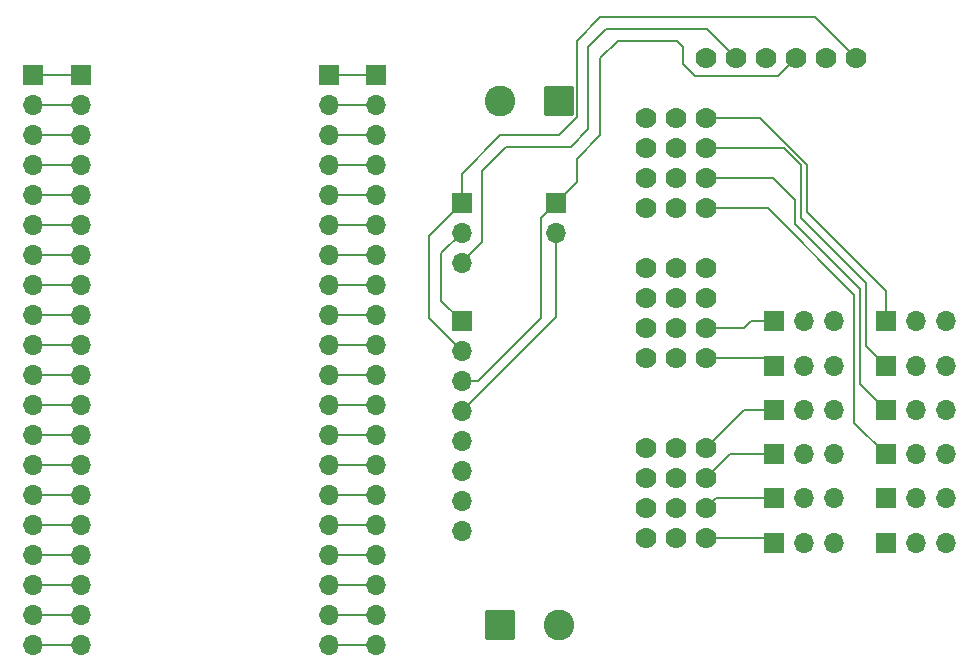
<source format=gbr>
%TF.GenerationSoftware,KiCad,Pcbnew,9.0.0*%
%TF.CreationDate,2025-03-26T16:28:11-04:00*%
%TF.ProjectId,spotmicro21mm,73706f74-6d69-4637-926f-32316d6d2e6b,rev?*%
%TF.SameCoordinates,Original*%
%TF.FileFunction,Copper,L1,Top*%
%TF.FilePolarity,Positive*%
%FSLAX46Y46*%
G04 Gerber Fmt 4.6, Leading zero omitted, Abs format (unit mm)*
G04 Created by KiCad (PCBNEW 9.0.0) date 2025-03-26 16:28:11*
%MOMM*%
%LPD*%
G01*
G04 APERTURE LIST*
G04 Aperture macros list*
%AMRoundRect*
0 Rectangle with rounded corners*
0 $1 Rounding radius*
0 $2 $3 $4 $5 $6 $7 $8 $9 X,Y pos of 4 corners*
0 Add a 4 corners polygon primitive as box body*
4,1,4,$2,$3,$4,$5,$6,$7,$8,$9,$2,$3,0*
0 Add four circle primitives for the rounded corners*
1,1,$1+$1,$2,$3*
1,1,$1+$1,$4,$5*
1,1,$1+$1,$6,$7*
1,1,$1+$1,$8,$9*
0 Add four rect primitives between the rounded corners*
20,1,$1+$1,$2,$3,$4,$5,0*
20,1,$1+$1,$4,$5,$6,$7,0*
20,1,$1+$1,$6,$7,$8,$9,0*
20,1,$1+$1,$8,$9,$2,$3,0*%
G04 Aperture macros list end*
%TA.AperFunction,ComponentPad*%
%ADD10R,1.700000X1.700000*%
%TD*%
%TA.AperFunction,ComponentPad*%
%ADD11O,1.700000X1.700000*%
%TD*%
%TA.AperFunction,ComponentPad*%
%ADD12RoundRect,0.250000X1.050000X1.050000X-1.050000X1.050000X-1.050000X-1.050000X1.050000X-1.050000X0*%
%TD*%
%TA.AperFunction,ComponentPad*%
%ADD13C,2.600000*%
%TD*%
%TA.AperFunction,ComponentPad*%
%ADD14RoundRect,0.250000X-1.050000X-1.050000X1.050000X-1.050000X1.050000X1.050000X-1.050000X1.050000X0*%
%TD*%
%TA.AperFunction,ComponentPad*%
%ADD15C,1.778000*%
%TD*%
%TA.AperFunction,Conductor*%
%ADD16C,0.200000*%
%TD*%
G04 APERTURE END LIST*
D10*
%TO.P,J9,1,Pin_1*%
%TO.N,/PWM-7*%
X146170000Y-88000000D03*
D11*
%TO.P,J9,2,Pin_2*%
%TO.N,/S2-PWR*%
X148710000Y-88000000D03*
%TO.P,J9,3,Pin_3*%
%TO.N,/S2-GND*%
X151250000Y-88000000D03*
%TD*%
D10*
%TO.P,J14,1,Pin_1*%
%TO.N,/ESP-32Pin*%
X87500000Y-63360000D03*
D11*
%TO.P,J14,2,Pin_2*%
X87500000Y-65900000D03*
%TO.P,J14,3,Pin_3*%
X87500000Y-68440000D03*
%TO.P,J14,4,Pin_4*%
X87500000Y-70980000D03*
%TO.P,J14,5,Pin_5*%
X87500000Y-73520000D03*
%TO.P,J14,6,Pin_6*%
X87500000Y-76060000D03*
%TO.P,J14,7,Pin_7*%
X87500000Y-78600000D03*
%TO.P,J14,8,Pin_8*%
X87500000Y-81140000D03*
%TO.P,J14,9,Pin_9*%
X87500000Y-83680000D03*
%TO.P,J14,10,Pin_10*%
X87500000Y-86220000D03*
%TO.P,J14,11,Pin_11*%
X87500000Y-88760000D03*
%TO.P,J14,12,Pin_12*%
X87500000Y-91300000D03*
%TO.P,J14,13,Pin_13*%
X87500000Y-93840000D03*
%TO.P,J14,14,Pin_14*%
X87500000Y-96380000D03*
%TO.P,J14,15,Pin_15*%
X87500000Y-98920000D03*
%TO.P,J14,16,Pin_16*%
X87500000Y-101460000D03*
%TO.P,J14,17,Pin_17*%
X87500000Y-104000000D03*
%TO.P,J14,18,Pin_18*%
X87500000Y-106540000D03*
%TO.P,J14,19,Pin_19*%
X87500000Y-109080000D03*
%TO.P,J14,20,Pin_20*%
X87500000Y-111620000D03*
%TD*%
D10*
%TO.P,J6,1,Pin_1*%
%TO.N,/PWM-4*%
X155670000Y-99250000D03*
D11*
%TO.P,J6,2,Pin_2*%
%TO.N,/S1-PWR*%
X158210000Y-99250000D03*
%TO.P,J6,3,Pin_3*%
%TO.N,/S1-GND*%
X160750000Y-99250000D03*
%TD*%
D10*
%TO.P,J18,1,Pin_1*%
%TO.N,/Global SCL*%
X127750000Y-74250000D03*
D11*
%TO.P,J18,2,Pin_2*%
%TO.N,/Global SDA*%
X127750000Y-76790000D03*
%TD*%
D12*
%TO.P,J21,1,Pin_1*%
%TO.N,/S2-PWR*%
X127993453Y-65577500D03*
D13*
%TO.P,J21,2,Pin_2*%
%TO.N,/S2-GND*%
X122993453Y-65577500D03*
%TD*%
D10*
%TO.P,J4,1,Pin_1*%
%TO.N,/PWM-2*%
X155670000Y-91750000D03*
D11*
%TO.P,J4,2,Pin_2*%
%TO.N,/S1-PWR*%
X158210000Y-91750000D03*
%TO.P,J4,3,Pin_3*%
%TO.N,/S1-GND*%
X160750000Y-91750000D03*
%TD*%
D10*
%TO.P,J17,1,Pin_1*%
%TO.N,/ESP-32Pin*%
X112500000Y-63400000D03*
D11*
%TO.P,J17,2,Pin_2*%
X112500000Y-65940000D03*
%TO.P,J17,3,Pin_3*%
X112500000Y-68480000D03*
%TO.P,J17,4,Pin_4*%
X112500000Y-71020000D03*
%TO.P,J17,5,Pin_5*%
X112500000Y-73560000D03*
%TO.P,J17,6,Pin_6*%
X112500000Y-76100000D03*
%TO.P,J17,7,Pin_7*%
X112500000Y-78640000D03*
%TO.P,J17,8,Pin_8*%
X112500000Y-81180000D03*
%TO.P,J17,9,Pin_9*%
X112500000Y-83720000D03*
%TO.P,J17,10,Pin_10*%
X112500000Y-86260000D03*
%TO.P,J17,11,Pin_11*%
X112500000Y-88800000D03*
%TO.P,J17,12,Pin_12*%
X112500000Y-91340000D03*
%TO.P,J17,13,Pin_13*%
X112500000Y-93880000D03*
%TO.P,J17,14,Pin_14*%
X112500000Y-96420000D03*
%TO.P,J17,15,Pin_15*%
X112500000Y-98960000D03*
%TO.P,J17,16,Pin_16*%
X112500000Y-101500000D03*
%TO.P,J17,17,Pin_17*%
X112500000Y-104040000D03*
%TO.P,J17,18,Pin_18*%
X112500000Y-106580000D03*
%TO.P,J17,19,Pin_19*%
X112500000Y-109120000D03*
%TO.P,J17,20,Pin_20*%
X112500000Y-111660000D03*
%TD*%
D10*
%TO.P,J13,1,Pin_1*%
%TO.N,/PWM-11*%
X146170000Y-103000000D03*
D11*
%TO.P,J13,2,Pin_2*%
%TO.N,/S2-PWR*%
X148710000Y-103000000D03*
%TO.P,J13,3,Pin_3*%
%TO.N,/S2-GND*%
X151250000Y-103000000D03*
%TD*%
D10*
%TO.P,J3,1,Pin_1*%
%TO.N,/PWM-1*%
X155670000Y-88000000D03*
D11*
%TO.P,J3,2,Pin_2*%
%TO.N,/S1-PWR*%
X158210000Y-88000000D03*
%TO.P,J3,3,Pin_3*%
%TO.N,/S1-GND*%
X160750000Y-88000000D03*
%TD*%
D10*
%TO.P,J15,1,Pin_1*%
%TO.N,/ESP-32Pin*%
X108500000Y-63400000D03*
D11*
%TO.P,J15,2,Pin_2*%
X108500000Y-65940000D03*
%TO.P,J15,3,Pin_3*%
X108500000Y-68480000D03*
%TO.P,J15,4,Pin_4*%
X108500000Y-71020000D03*
%TO.P,J15,5,Pin_5*%
X108500000Y-73560000D03*
%TO.P,J15,6,Pin_6*%
X108500000Y-76100000D03*
%TO.P,J15,7,Pin_7*%
X108500000Y-78640000D03*
%TO.P,J15,8,Pin_8*%
X108500000Y-81180000D03*
%TO.P,J15,9,Pin_9*%
X108500000Y-83720000D03*
%TO.P,J15,10,Pin_10*%
X108500000Y-86260000D03*
%TO.P,J15,11,Pin_11*%
X108500000Y-88800000D03*
%TO.P,J15,12,Pin_12*%
X108500000Y-91340000D03*
%TO.P,J15,13,Pin_13*%
X108500000Y-93880000D03*
%TO.P,J15,14,Pin_14*%
X108500000Y-96420000D03*
%TO.P,J15,15,Pin_15*%
X108500000Y-98960000D03*
%TO.P,J15,16,Pin_16*%
X108500000Y-101500000D03*
%TO.P,J15,17,Pin_17*%
X108500000Y-104040000D03*
%TO.P,J15,18,Pin_18*%
X108500000Y-106580000D03*
%TO.P,J15,19,Pin_19*%
X108500000Y-109120000D03*
%TO.P,J15,20,Pin_20*%
X108500000Y-111660000D03*
%TD*%
D10*
%TO.P,J11,1,Pin_1*%
%TO.N,/PWM-9*%
X146170000Y-95500000D03*
D11*
%TO.P,J11,2,Pin_2*%
%TO.N,/S2-PWR*%
X148710000Y-95500000D03*
%TO.P,J11,3,Pin_3*%
%TO.N,/S2-GND*%
X151250000Y-95500000D03*
%TD*%
D14*
%TO.P,J1,1,Pin_1*%
%TO.N,/S1-PWR*%
X123000000Y-110000000D03*
D13*
%TO.P,J1,2,Pin_2*%
%TO.N,/S1-GND*%
X128000000Y-110000000D03*
%TD*%
D10*
%TO.P,J16,1,Pin_1*%
%TO.N,/ESP-32Pin*%
X83500000Y-63360000D03*
D11*
%TO.P,J16,2,Pin_2*%
X83500000Y-65900000D03*
%TO.P,J16,3,Pin_3*%
X83500000Y-68440000D03*
%TO.P,J16,4,Pin_4*%
X83500000Y-70980000D03*
%TO.P,J16,5,Pin_5*%
X83500000Y-73520000D03*
%TO.P,J16,6,Pin_6*%
X83500000Y-76060000D03*
%TO.P,J16,7,Pin_7*%
X83500000Y-78600000D03*
%TO.P,J16,8,Pin_8*%
X83500000Y-81140000D03*
%TO.P,J16,9,Pin_9*%
X83500000Y-83680000D03*
%TO.P,J16,10,Pin_10*%
X83500000Y-86220000D03*
%TO.P,J16,11,Pin_11*%
X83500000Y-88760000D03*
%TO.P,J16,12,Pin_12*%
X83500000Y-91300000D03*
%TO.P,J16,13,Pin_13*%
X83500000Y-93840000D03*
%TO.P,J16,14,Pin_14*%
X83500000Y-96380000D03*
%TO.P,J16,15,Pin_15*%
X83500000Y-98920000D03*
%TO.P,J16,16,Pin_16*%
X83500000Y-101460000D03*
%TO.P,J16,17,Pin_17*%
X83500000Y-104000000D03*
%TO.P,J16,18,Pin_18*%
X83500000Y-106540000D03*
%TO.P,J16,19,Pin_19*%
X83500000Y-109080000D03*
%TO.P,J16,20,Pin_20*%
X83500000Y-111620000D03*
%TD*%
D10*
%TO.P,J8,1,Pin_1*%
%TO.N,/PWM-6*%
X146170000Y-84250000D03*
D11*
%TO.P,J8,2,Pin_2*%
%TO.N,/S2-PWR*%
X148710000Y-84250000D03*
%TO.P,J8,3,Pin_3*%
%TO.N,/S2-GND*%
X151250000Y-84250000D03*
%TD*%
D10*
%TO.P,J5,1,Pin_1*%
%TO.N,/PWM-3*%
X155670000Y-95500000D03*
D11*
%TO.P,J5,2,Pin_2*%
%TO.N,/S1-PWR*%
X158210000Y-95500000D03*
%TO.P,J5,3,Pin_3*%
%TO.N,/S1-GND*%
X160750000Y-95500000D03*
%TD*%
D10*
%TO.P,J10,1,Pin_1*%
%TO.N,/PWM-8*%
X146170000Y-91750000D03*
D11*
%TO.P,J10,2,Pin_2*%
%TO.N,/S2-PWR*%
X148710000Y-91750000D03*
%TO.P,J10,3,Pin_3*%
%TO.N,/S2-GND*%
X151250000Y-91750000D03*
%TD*%
D10*
%TO.P,J20,1,Pin_1*%
%TO.N,/ESP32-3v3*%
X119800000Y-84260000D03*
D11*
%TO.P,J20,2,Pin_2*%
%TO.N,/ESP32-GND*%
X119800000Y-86800000D03*
%TO.P,J20,3,Pin_3*%
%TO.N,/Global SCL*%
X119800000Y-89340000D03*
%TO.P,J20,4,Pin_4*%
%TO.N,/Global SDA*%
X119800000Y-91880000D03*
%TO.P,J20,5,Pin_5*%
%TO.N,unconnected-(J20-Pin_5-Pad5)*%
X119800000Y-94420000D03*
%TO.P,J20,6,Pin_6*%
%TO.N,unconnected-(J20-Pin_6-Pad6)*%
X119800000Y-96960000D03*
%TO.P,J20,7,Pin_7*%
%TO.N,unconnected-(J20-Pin_7-Pad7)*%
X119800000Y-99500000D03*
%TO.P,J20,8,Pin_8*%
%TO.N,unconnected-(J20-Pin_8-Pad8)*%
X119800000Y-102040000D03*
%TD*%
D10*
%TO.P,J12,1,Pin_1*%
%TO.N,/PWM-10*%
X146170000Y-99250000D03*
D11*
%TO.P,J12,2,Pin_2*%
%TO.N,/S2-PWR*%
X148710000Y-99250000D03*
%TO.P,J12,3,Pin_3*%
%TO.N,/S2-GND*%
X151250000Y-99250000D03*
%TD*%
D10*
%TO.P,J19,1,Pin_1*%
%TO.N,/ESP32-GND*%
X119750000Y-74210000D03*
D11*
%TO.P,J19,2,Pin_2*%
%TO.N,/ESP32-3v3*%
X119750000Y-76750000D03*
%TO.P,J19,3,Pin_3*%
%TO.N,/ESP32-5v*%
X119750000Y-79290000D03*
%TD*%
D10*
%TO.P,J7,1,Pin_1*%
%TO.N,/PWM-5*%
X155670000Y-103000000D03*
D11*
%TO.P,J7,2,Pin_2*%
%TO.N,/S1-PWR*%
X158210000Y-103000000D03*
%TO.P,J7,3,Pin_3*%
%TO.N,/S1-GND*%
X160750000Y-103000000D03*
%TD*%
D15*
%TO.P,U2,0,PWM_0*%
%TO.N,/PWM-0*%
X140440000Y-67050000D03*
%TO.P,U2,1,PWM_1*%
%TO.N,/PWM-1*%
X140440000Y-69590000D03*
%TO.P,U2,2,PWM_2*%
%TO.N,/PWM-2*%
X140440000Y-72130000D03*
%TO.P,U2,3,PWM_3*%
%TO.N,/PWM-3*%
X140440000Y-74670000D03*
%TO.P,U2,4,PWM_4*%
%TO.N,/PWM-4*%
X140440000Y-79750000D03*
%TO.P,U2,5,PWM_5*%
%TO.N,/PWM-5*%
X140440000Y-82290000D03*
%TO.P,U2,6,PWM_6*%
%TO.N,/PWM-6*%
X140440000Y-84830000D03*
%TO.P,U2,7,PWM_7*%
%TO.N,/PWM-7*%
X140440000Y-87370000D03*
%TO.P,U2,8,PWM_8*%
%TO.N,/PWM-8*%
X140440000Y-94990000D03*
%TO.P,U2,9,PWM_9*%
%TO.N,/PWM-9*%
X140440000Y-97530000D03*
%TO.P,U2,10,PWM_10*%
%TO.N,/PWM-10*%
X140440000Y-100070000D03*
%TO.P,U2,11,PWM_11*%
%TO.N,/PWM-11*%
X140440000Y-102610000D03*
%TO.P,U2,GND_1,GND*%
%TO.N,/ESP32-GND*%
X153140000Y-61970000D03*
%TO.P,U2,GND_3*%
%TO.N,N/C*%
X135360000Y-67050000D03*
%TO.P,U2,GND_4*%
X135360000Y-69590000D03*
%TO.P,U2,GND_5*%
X135360000Y-72130000D03*
%TO.P,U2,GND_6*%
X135360000Y-74670000D03*
%TO.P,U2,GND_7*%
X135360000Y-79750000D03*
%TO.P,U2,GND_8*%
X135360000Y-82290000D03*
%TO.P,U2,GND_9*%
X135360000Y-84830000D03*
%TO.P,U2,GND_10*%
X135360000Y-87370000D03*
%TO.P,U2,GND_11*%
X135360000Y-94990000D03*
%TO.P,U2,GND_12*%
X135360000Y-97530000D03*
%TO.P,U2,GND_13*%
X135360000Y-100070000D03*
%TO.P,U2,GND_14*%
X135360000Y-102610000D03*
%TO.P,U2,OE_1*%
X150600000Y-61970000D03*
%TO.P,U2,SCL_1,SCL*%
%TO.N,/Global SCL*%
X148060000Y-61970000D03*
%TO.P,U2,SDA_1,SDA*%
%TO.N,/Global SDA*%
X145520000Y-61970000D03*
%TO.P,U2,V+_1,V+*%
%TO.N,unconnected-(U2-V+-PadV+_1)*%
X140440000Y-61970000D03*
%TO.P,U2,V+_3*%
%TO.N,N/C*%
X137900000Y-67050000D03*
%TO.P,U2,V+_4*%
X137900000Y-69590000D03*
%TO.P,U2,V+_5*%
X137900000Y-72130000D03*
%TO.P,U2,V+_6*%
X137900000Y-74670000D03*
%TO.P,U2,V+_7*%
X137900000Y-79750000D03*
%TO.P,U2,V+_8*%
X137900000Y-82290000D03*
%TO.P,U2,V+_9*%
X137900000Y-84830000D03*
%TO.P,U2,V+_10*%
X137900000Y-87370000D03*
%TO.P,U2,V+_11*%
X137900000Y-94990000D03*
%TO.P,U2,V+_12*%
X137900000Y-97530000D03*
%TO.P,U2,V+_13*%
X137900000Y-100070000D03*
%TO.P,U2,V+_14*%
X137900000Y-102610000D03*
%TO.P,U2,VCC_1,VCC*%
%TO.N,/ESP32-5v*%
X142980000Y-61970000D03*
%TD*%
D10*
%TO.P,J2,1,Pin_1*%
%TO.N,/PWM-0*%
X155670000Y-84250000D03*
D11*
%TO.P,J2,2,Pin_2*%
%TO.N,/S1-PWR*%
X158210000Y-84250000D03*
%TO.P,J2,3,Pin_3*%
%TO.N,/S1-GND*%
X160750000Y-84250000D03*
%TD*%
D16*
%TO.N,/PWM-0*%
X149000000Y-71000000D02*
X149000000Y-75000000D01*
X145050000Y-67050000D02*
X149000000Y-71000000D01*
X149000000Y-75000000D02*
X155670000Y-81670000D01*
X140440000Y-67050000D02*
X145050000Y-67050000D01*
X155670000Y-81670000D02*
X155670000Y-84250000D01*
%TO.N,/PWM-1*%
X148467157Y-71032843D02*
X148467157Y-75467157D01*
X148467157Y-75467157D02*
X154000000Y-81000000D01*
X154000000Y-86330000D02*
X155670000Y-88000000D01*
X147024314Y-69590000D02*
X148467157Y-71032843D01*
X154000000Y-81000000D02*
X154000000Y-86330000D01*
X140440000Y-69590000D02*
X147024314Y-69590000D01*
%TO.N,/PWM-2*%
X155670000Y-91750000D02*
X153500000Y-89580000D01*
X153500000Y-89580000D02*
X153500000Y-81500000D01*
X148000000Y-74000000D02*
X146130000Y-72130000D01*
X146130000Y-72130000D02*
X140440000Y-72130000D01*
X148000000Y-76000000D02*
X148000000Y-74000000D01*
X153500000Y-81500000D02*
X148000000Y-76000000D01*
%TO.N,/PWM-3*%
X153000000Y-92830000D02*
X155670000Y-95500000D01*
X145670000Y-74670000D02*
X153000000Y-82000000D01*
X140440000Y-74670000D02*
X145670000Y-74670000D01*
X153000000Y-82000000D02*
X153000000Y-92830000D01*
%TO.N,/PWM-6*%
X143670000Y-84830000D02*
X144250000Y-84250000D01*
X140440000Y-84830000D02*
X143670000Y-84830000D01*
X144250000Y-84250000D02*
X146170000Y-84250000D01*
%TO.N,/PWM-7*%
X145540000Y-87370000D02*
X146170000Y-88000000D01*
X140440000Y-87370000D02*
X145540000Y-87370000D01*
%TO.N,/PWM-8*%
X143680000Y-91750000D02*
X146170000Y-91750000D01*
X140440000Y-94990000D02*
X143680000Y-91750000D01*
%TO.N,/PWM-9*%
X142470000Y-95500000D02*
X146170000Y-95500000D01*
X140440000Y-97530000D02*
X142470000Y-95500000D01*
%TO.N,/PWM-10*%
X140440000Y-100070000D02*
X141260000Y-99250000D01*
X141260000Y-99250000D02*
X146170000Y-99250000D01*
%TO.N,/PWM-11*%
X145780000Y-102610000D02*
X146170000Y-103000000D01*
X140440000Y-102610000D02*
X145780000Y-102610000D01*
%TO.N,/ESP-32Pin*%
X87500000Y-88760000D02*
X83500000Y-88760000D01*
X112500000Y-68480000D02*
X108500000Y-68480000D01*
X87500000Y-98920000D02*
X83500000Y-98920000D01*
X108500000Y-83720000D02*
X112500000Y-83720000D01*
X83500000Y-73520000D02*
X87500000Y-73520000D01*
X112500000Y-101500000D02*
X108500000Y-101500000D01*
X112500000Y-96420000D02*
X108500000Y-96420000D01*
X112500000Y-76100000D02*
X108500000Y-76100000D01*
X87500000Y-65900000D02*
X83500000Y-65900000D01*
X83500000Y-93840000D02*
X87500000Y-93840000D01*
X108500000Y-98960000D02*
X112500000Y-98960000D01*
X83500000Y-101460000D02*
X87500000Y-101460000D01*
X112500000Y-81180000D02*
X108500000Y-81180000D01*
X108500000Y-71020000D02*
X112500000Y-71020000D01*
X112500000Y-104040000D02*
X108500000Y-104040000D01*
X112500000Y-86260000D02*
X108500000Y-86260000D01*
X112500000Y-106580000D02*
X108500000Y-106580000D01*
X108500000Y-93880000D02*
X112500000Y-93880000D01*
X87500000Y-106540000D02*
X83500000Y-106540000D01*
X108500000Y-88800000D02*
X112500000Y-88800000D01*
X112500000Y-91340000D02*
X108500000Y-91340000D01*
X112500000Y-111660000D02*
X108500000Y-111660000D01*
X87500000Y-111620000D02*
X83500000Y-111620000D01*
X87500000Y-91300000D02*
X83500000Y-91300000D01*
X108500000Y-73560000D02*
X112500000Y-73560000D01*
X87500000Y-76060000D02*
X83500000Y-76060000D01*
X108500000Y-109120000D02*
X112500000Y-109120000D01*
X83500000Y-78600000D02*
X87500000Y-78600000D01*
X87500000Y-104000000D02*
X83500000Y-104000000D01*
X83500000Y-63360000D02*
X87500000Y-63360000D01*
X87500000Y-96380000D02*
X83500000Y-96380000D01*
X108500000Y-78640000D02*
X112500000Y-78640000D01*
X87500000Y-70980000D02*
X83500000Y-70980000D01*
X83500000Y-68440000D02*
X87500000Y-68440000D01*
X83500000Y-86220000D02*
X87500000Y-86220000D01*
X83500000Y-109080000D02*
X87500000Y-109080000D01*
X87500000Y-81140000D02*
X83500000Y-81140000D01*
X87500000Y-83680000D02*
X83500000Y-83680000D01*
X108500000Y-65940000D02*
X112500000Y-65940000D01*
X108500000Y-63400000D02*
X112500000Y-63400000D01*
%TO.N,/Global SDA*%
X127750000Y-83930000D02*
X119800000Y-91880000D01*
X127750000Y-76790000D02*
X127750000Y-83930000D01*
%TO.N,/Global SCL*%
X129500000Y-70500000D02*
X131500000Y-68500000D01*
X129500000Y-72500000D02*
X129500000Y-70500000D01*
X146530000Y-63500000D02*
X148060000Y-61970000D01*
X133000000Y-60500000D02*
X138000000Y-60500000D01*
X139500000Y-63500000D02*
X146530000Y-63500000D01*
X138500000Y-61000000D02*
X138500000Y-62500000D01*
X131500000Y-62000000D02*
X133000000Y-60500000D01*
X138000000Y-60500000D02*
X138500000Y-61000000D01*
X127750000Y-74250000D02*
X126500000Y-75500000D01*
X126500000Y-84000000D02*
X121160000Y-89340000D01*
X121160000Y-89340000D02*
X119800000Y-89340000D01*
X131500000Y-68500000D02*
X131500000Y-62000000D01*
X126500000Y-75500000D02*
X126500000Y-84000000D01*
X127750000Y-74250000D02*
X129500000Y-72500000D01*
X138500000Y-62500000D02*
X139500000Y-63500000D01*
%TO.N,/ESP32-5v*%
X129000000Y-69500000D02*
X130500000Y-68000000D01*
X130500000Y-68000000D02*
X130500000Y-61000000D01*
X130500000Y-61000000D02*
X132000000Y-59500000D01*
X119750000Y-79250000D02*
X121500000Y-77500000D01*
X121500000Y-71500000D02*
X123500000Y-69500000D01*
X119750000Y-79290000D02*
X119750000Y-79250000D01*
X123500000Y-69500000D02*
X129000000Y-69500000D01*
X140510000Y-59500000D02*
X142980000Y-61970000D01*
X121500000Y-77500000D02*
X121500000Y-71500000D01*
X132000000Y-59500000D02*
X140510000Y-59500000D01*
%TO.N,/ESP32-GND*%
X119750000Y-71750000D02*
X123000000Y-68500000D01*
X123000000Y-68500000D02*
X128000000Y-68500000D01*
X129500000Y-60500000D02*
X131500000Y-58500000D01*
X119750000Y-74210000D02*
X119750000Y-74250000D01*
X119750000Y-74210000D02*
X119750000Y-71750000D01*
X149670000Y-58500000D02*
X153140000Y-61970000D01*
X119750000Y-74250000D02*
X117000000Y-77000000D01*
X128000000Y-68500000D02*
X129500000Y-67000000D01*
X129500000Y-67000000D02*
X129500000Y-60500000D01*
X117000000Y-77000000D02*
X117000000Y-84000000D01*
X117000000Y-84000000D02*
X119800000Y-86800000D01*
X131500000Y-58500000D02*
X149670000Y-58500000D01*
%TO.N,/ESP32-3v3*%
X118040000Y-82500000D02*
X119800000Y-84260000D01*
X119750000Y-76750000D02*
X118000000Y-78500000D01*
X118000000Y-78500000D02*
X118000000Y-82500000D01*
X118000000Y-82500000D02*
X118040000Y-82500000D01*
%TD*%
M02*

</source>
